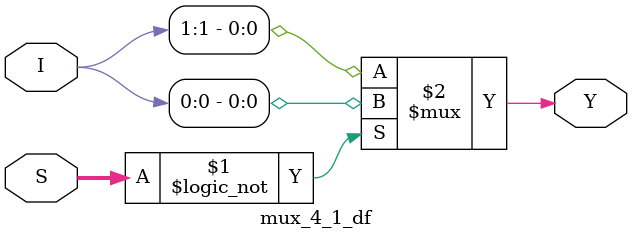
<source format=v>
/**************************************************
 P1.1 4:1 MULTIPLEXER DATAFLOW3
 ************************************************/

 module mux_4_1_df(Y,I,S);
 	input [3:0]I;
 	input [1:0]S;
 	output Y;

 assign Y= (S==2'd0)?I[0]:((S==2'd1):I[1]:((S==2'd2)?I[2]:I[3]));


 endmodule
</source>
